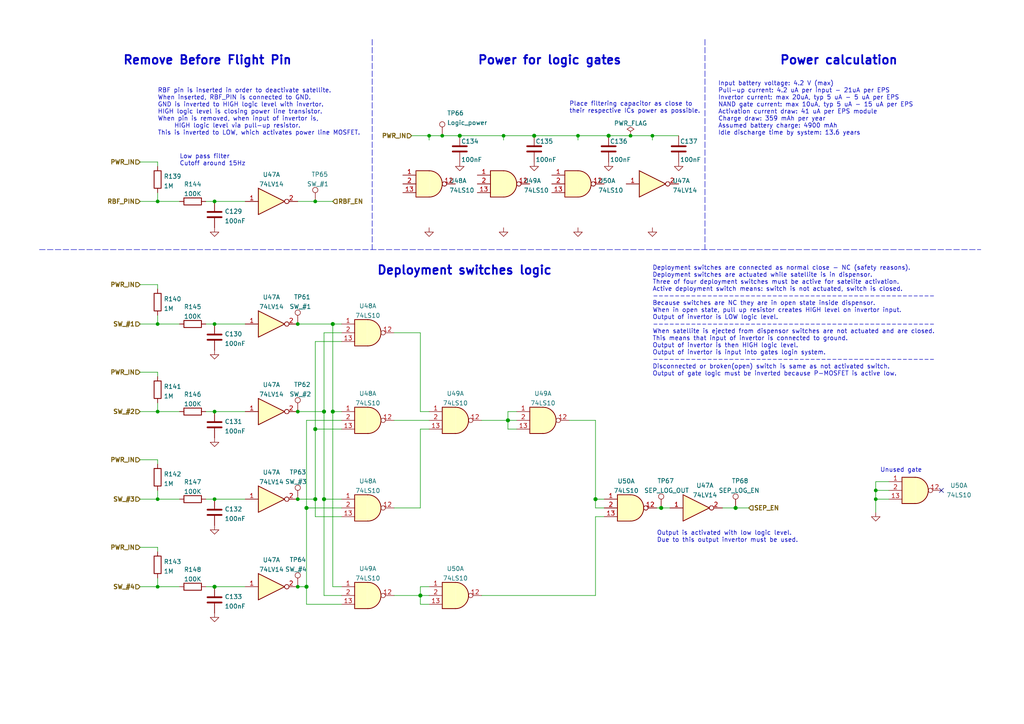
<source format=kicad_sch>
(kicad_sch (version 20210621) (generator eeschema)
  (paper "A4")
  (title_block (title "BUTCube - EPS") (date "2021-06-01") (rev "v1.0") (company "VUT - FIT(STRaDe) & FME(IAE & IPE)") (comment 1 "Author: Petr Malaník"))
  (lib_symbols
    (symbol "74xx:74LS10" (pin_names (offset 1.016))
      (property "Reference" "U" (at 0 1.27 0))
      (property "Value" "74LS10" (at 0 -1.27 0))
      (symbol "74LS10_1_1"
        (arc (start 0 -3.81) (end 0 3.81) (radius (at 0 0) (length 3.81) (angles -89.9 89.9)) (stroke (width 0.254)) (fill (type background)))
        (polyline (pts (xy 0 3.81) (xy -3.81 3.81) (xy -3.81 -3.81) (xy 0 -3.81)) (stroke (width 0.254)) (fill (type background)))
        (pin input line (at -7.62 2.54 0) (length 3.81) (name "~") (number "1"))
        (pin output inverted (at 7.62 0 180) (length 3.81) (name "~") (number "12"))
        (pin input line (at -7.62 -2.54 0) (length 3.81) (name "~") (number "13"))
        (pin input line (at -7.62 0 0) (length 3.81) (name "~") (number "2"))
      )
      (symbol "74LS10_1_2"
        (arc (start -3.81 3.81) (end -3.81 -3.81) (radius (at -9.144 0) (length 6.5532) (angles 35.4 -35.4)) (stroke (width 0.254)))
        (arc (start 3.81 0) (end -0.6096 3.81) (radius (at -1.1938 -1.3208) (length 5.1816) (angles 15 83.7)) (stroke (width 0.254)) (fill (type background)))
        (arc (start 3.81 0) (end -0.6096 -3.81) (radius (at -1.1938 1.3208) (length 5.1816) (angles -15 -83.7)) (stroke (width 0.254)) (fill (type background)))
        (polyline (pts (xy -3.81 -3.81) (xy -0.635 -3.81)) (stroke (width 0.254)) (fill (type background)))
        (polyline (pts (xy -3.81 3.81) (xy -0.635 3.81)) (stroke (width 0.254)) (fill (type background)))
        (polyline (pts (xy -0.635 3.81) (xy -3.81 3.81) (xy -3.81 3.81) (xy -3.556 3.4036) (xy -3.0226 2.2606) (xy -2.6924 1.0414) (xy -2.6162 -0.254) (xy -2.7686 -1.4986) (xy -3.175 -2.7178) (xy -3.81 -3.81) (xy -3.81 -3.81) (xy -0.635 -3.81)) (stroke (width -25.4)) (fill (type background)))
        (pin input inverted (at -7.62 2.54 0) (length 4.318) (name "~") (number "1"))
        (pin output line (at 7.62 0 180) (length 3.81) (name "~") (number "12"))
        (pin input inverted (at -7.62 -2.54 0) (length 4.318) (name "~") (number "13"))
        (pin input inverted (at -7.62 0 0) (length 4.953) (name "~") (number "2"))
      )
      (symbol "74LS10_2_1"
        (arc (start 0 -3.81) (end 0 3.81) (radius (at 0 0) (length 3.81) (angles -89.9 89.9)) (stroke (width 0.254)) (fill (type background)))
        (polyline (pts (xy 0 3.81) (xy -3.81 3.81) (xy -3.81 -3.81) (xy 0 -3.81)) (stroke (width 0.254)) (fill (type background)))
        (pin input line (at -7.62 2.54 0) (length 3.81) (name "~") (number "3"))
        (pin input line (at -7.62 0 0) (length 3.81) (name "~") (number "4"))
        (pin input line (at -7.62 -2.54 0) (length 3.81) (name "~") (number "5"))
        (pin output inverted (at 7.62 0 180) (length 3.81) (name "~") (number "6"))
      )
      (symbol "74LS10_2_2"
        (arc (start -3.81 3.81) (end -3.81 -3.81) (radius (at -9.144 0) (length 6.5532) (angles 35.4 -35.4)) (stroke (width 0.254)))
        (arc (start 3.81 0) (end -0.6096 3.81) (radius (at -1.1938 -1.3208) (length 5.1816) (angles 15 83.7)) (stroke (width 0.254)) (fill (type background)))
        (arc (start 3.81 0) (end -0.6096 -3.81) (radius (at -1.1938 1.3208) (length 5.1816) (angles -15 -83.7)) (stroke (width 0.254)) (fill (type background)))
        (polyline (pts (xy -3.81 -3.81) (xy -0.635 -3.81)) (stroke (width 0.254)) (fill (type background)))
        (polyline (pts (xy -3.81 3.81) (xy -0.635 3.81)) (stroke (width 0.254)) (fill (type background)))
        (polyline (pts (xy -0.635 3.81) (xy -3.81 3.81) (xy -3.81 3.81) (xy -3.556 3.4036) (xy -3.0226 2.2606) (xy -2.6924 1.0414) (xy -2.6162 -0.254) (xy -2.7686 -1.4986) (xy -3.175 -2.7178) (xy -3.81 -3.81) (xy -3.81 -3.81) (xy -0.635 -3.81)) (stroke (width -25.4)) (fill (type background)))
        (pin input inverted (at -7.62 2.54 0) (length 4.318) (name "~") (number "3"))
        (pin input inverted (at -7.62 0 0) (length 4.953) (name "~") (number "4"))
        (pin input inverted (at -7.62 -2.54 0) (length 4.318) (name "~") (number "5"))
        (pin output line (at 7.62 0 180) (length 3.81) (name "~") (number "6"))
      )
      (symbol "74LS10_3_1"
        (arc (start 0 -3.81) (end 0 3.81) (radius (at 0 0) (length 3.81) (angles -89.9 89.9)) (stroke (width 0.254)) (fill (type background)))
        (polyline (pts (xy 0 3.81) (xy -3.81 3.81) (xy -3.81 -3.81) (xy 0 -3.81)) (stroke (width 0.254)) (fill (type background)))
        (pin input line (at -7.62 0 0) (length 3.81) (name "~") (number "10"))
        (pin input line (at -7.62 -2.54 0) (length 3.81) (name "~") (number "11"))
        (pin output inverted (at 7.62 0 180) (length 3.81) (name "~") (number "8"))
        (pin input line (at -7.62 2.54 0) (length 3.81) (name "~") (number "9"))
      )
      (symbol "74LS10_3_2"
        (arc (start -3.81 3.81) (end -3.81 -3.81) (radius (at -9.144 0) (length 6.5532) (angles 35.4 -35.4)) (stroke (width 0.254)))
        (arc (start 3.81 0) (end -0.6096 3.81) (radius (at -1.1938 -1.3208) (length 5.1816) (angles 15 83.7)) (stroke (width 0.254)) (fill (type background)))
        (arc (start 3.81 0) (end -0.6096 -3.81) (radius (at -1.1938 1.3208) (length 5.1816) (angles -15 -83.7)) (stroke (width 0.254)) (fill (type background)))
        (polyline (pts (xy -3.81 -3.81) (xy -0.635 -3.81)) (stroke (width 0.254)) (fill (type background)))
        (polyline (pts (xy -3.81 3.81) (xy -0.635 3.81)) (stroke (width 0.254)) (fill (type background)))
        (polyline (pts (xy -0.635 3.81) (xy -3.81 3.81) (xy -3.81 3.81) (xy -3.556 3.4036) (xy -3.0226 2.2606) (xy -2.6924 1.0414) (xy -2.6162 -0.254) (xy -2.7686 -1.4986) (xy -3.175 -2.7178) (xy -3.81 -3.81) (xy -3.81 -3.81) (xy -0.635 -3.81)) (stroke (width -25.4)) (fill (type background)))
        (pin input inverted (at -7.62 0 0) (length 4.953) (name "~") (number "10"))
        (pin input inverted (at -7.62 -2.54 0) (length 4.318) (name "~") (number "11"))
        (pin output line (at 7.62 0 180) (length 3.81) (name "~") (number "8"))
        (pin input inverted (at -7.62 2.54 0) (length 4.318) (name "~") (number "9"))
      )
      (symbol "74LS10_4_0"
        (pin power_in line (at 0 12.7 270) (length 5.08) (name "VCC") (number "14"))
        (pin power_in line (at 0 -12.7 90) (length 5.08) (name "GND") (number "7"))
      )
      (symbol "74LS10_4_1"
        (rectangle (start -5.08 7.62) (end 5.08 -7.62) (stroke (width 0.254)) (fill (type background)))
      )
    )
    (symbol "74xx:74LV14" (pin_names (offset 1.016))
      (property "Reference" "U" (at 0 1.27 0))
      (property "Value" "74LV14" (at 0 -1.27 0))
      (symbol "74LV14_1_0"
        (polyline (pts (xy -3.81 3.81) (xy -3.81 -3.81) (xy 3.81 0) (xy -3.81 3.81)) (stroke (width 0.254)) (fill (type background)))
        (pin input line (at -7.62 0 0) (length 3.81) (name "~") (number "1"))
        (pin output inverted (at 7.62 0 180) (length 3.81) (name "~") (number "2"))
      )
      (symbol "74LV14_2_0"
        (polyline (pts (xy -3.81 3.81) (xy -3.81 -3.81) (xy 3.81 0) (xy -3.81 3.81)) (stroke (width 0.254)) (fill (type background)))
        (pin input line (at -7.62 0 0) (length 3.81) (name "~") (number "3"))
        (pin output inverted (at 7.62 0 180) (length 3.81) (name "~") (number "4"))
      )
      (symbol "74LV14_3_0"
        (polyline (pts (xy -3.81 3.81) (xy -3.81 -3.81) (xy 3.81 0) (xy -3.81 3.81)) (stroke (width 0.254)) (fill (type background)))
        (pin input line (at -7.62 0 0) (length 3.81) (name "~") (number "5"))
        (pin output inverted (at 7.62 0 180) (length 3.81) (name "~") (number "6"))
      )
      (symbol "74LV14_4_0"
        (polyline (pts (xy -3.81 3.81) (xy -3.81 -3.81) (xy 3.81 0) (xy -3.81 3.81)) (stroke (width 0.254)) (fill (type background)))
        (pin output inverted (at 7.62 0 180) (length 3.81) (name "~") (number "8"))
        (pin input line (at -7.62 0 0) (length 3.81) (name "~") (number "9"))
      )
      (symbol "74LV14_5_0"
        (polyline (pts (xy -3.81 3.81) (xy -3.81 -3.81) (xy 3.81 0) (xy -3.81 3.81)) (stroke (width 0.254)) (fill (type background)))
        (pin output inverted (at 7.62 0 180) (length 3.81) (name "~") (number "10"))
        (pin input line (at -7.62 0 0) (length 3.81) (name "~") (number "11"))
      )
      (symbol "74LV14_6_0"
        (polyline (pts (xy -3.81 3.81) (xy -3.81 -3.81) (xy 3.81 0) (xy -3.81 3.81)) (stroke (width 0.254)) (fill (type background)))
        (pin output inverted (at 7.62 0 180) (length 3.81) (name "~") (number "12"))
        (pin input line (at -7.62 0 0) (length 3.81) (name "~") (number "13"))
      )
      (symbol "74LV14_7_0"
        (pin power_in line (at 0 12.7 270) (length 5.08) (name "3.3V") (number "14"))
        (pin power_in line (at 0 -12.7 90) (length 5.08) (name "GND") (number "7"))
      )
      (symbol "74LV14_7_1"
        (rectangle (start -5.08 7.62) (end 5.08 -7.62) (stroke (width 0.254)) (fill (type background)))
      )
    )
    (symbol "Connector:TestPoint" (pin_numbers hide) (pin_names (offset 0.762) hide)
      (property "Reference" "TP" (at 0 6.858 0))
      (property "Value" "TestPoint" (at 0 5.08 0))
      (symbol "TestPoint_0_1"
        (circle (center 0 3.302) (radius 0.762))
      )
      (symbol "TestPoint_1_1"
        (pin passive line (at 0 0 90) (length 2.54) (name "1") (number "1"))
      )
    )
    (symbol "Device:C" (pin_numbers hide) (pin_names (offset 0.254))
      (property "Reference" "C" (at 0.635 2.54 0))
      (property "Value" "C" (at 0.635 -2.54 0))
      (symbol "C_0_1"
        (polyline (pts (xy -2.032 -0.762) (xy 2.032 -0.762)) (stroke (width 0.508)))
        (polyline (pts (xy -2.032 0.762) (xy 2.032 0.762)) (stroke (width 0.508)))
      )
      (symbol "C_1_1"
        (pin passive line (at 0 3.81 270) (length 2.794) (name "~") (number "1"))
        (pin passive line (at 0 -3.81 90) (length 2.794) (name "~") (number "2"))
      )
    )
    (symbol "Device:R" (pin_numbers hide) (pin_names (offset 0))
      (property "Reference" "R" (at 2.032 0 90))
      (property "Value" "R" (at 0 0 90))
      (symbol "R_0_1"
        (rectangle (start -1.016 -2.54) (end 1.016 2.54) (stroke (width 0.254)))
      )
      (symbol "R_1_1"
        (pin passive line (at 0 3.81 270) (length 1.27) (name "~") (number "1"))
        (pin passive line (at 0 -3.81 90) (length 1.27) (name "~") (number "2"))
      )
    )
    (symbol "power:GND" (power) (pin_names (offset 0))
      (property "Value" "GND" (at 0 -3.81 0))
      (symbol "GND_0_1"
        (polyline (pts (xy 0 0) (xy 0 -1.27) (xy 1.27 -1.27) (xy 0 -2.54) (xy -1.27 -1.27) (xy 0 -1.27)))
      )
      (symbol "GND_1_1"
        (pin power_in line (at 0 0 270) (length 0) hide (name "GND") (number "1"))
      )
    )
    (symbol "power:PWR_FLAG" (power) (pin_numbers hide) (pin_names (offset 0) hide)
      (property "Value" "PWR_FLAG" (at 0 3.81 0))
      (symbol "PWR_FLAG_0_0"
        (pin power_out line (at 0 0 90) (length 0) (name "pwr") (number "1"))
      )
      (symbol "PWR_FLAG_0_1"
        (polyline (pts (xy 0 0) (xy 0 1.27) (xy -1.016 1.905) (xy 0 2.54) (xy 1.016 1.905) (xy 0 1.27)))
      )
    )
  )
  (junction (at 45.72 58.42) (diameter 0.9144))
  (junction (at 45.72 93.98) (diameter 0.9144))
  (junction (at 45.72 119.38) (diameter 0.9144))
  (junction (at 45.72 144.78) (diameter 0.9144))
  (junction (at 45.72 170.18) (diameter 0.9144))
  (junction (at 62.23 58.42) (diameter 0.9144))
  (junction (at 62.23 93.98) (diameter 0.9144))
  (junction (at 62.23 119.38) (diameter 0.9144))
  (junction (at 62.23 144.78) (diameter 0.9144))
  (junction (at 62.23 170.18) (diameter 1.016))
  (junction (at 86.36 93.98) (diameter 0.9144))
  (junction (at 86.36 119.38) (diameter 0.9144))
  (junction (at 86.36 144.78) (diameter 0.9144))
  (junction (at 86.36 170.18) (diameter 0.9144))
  (junction (at 88.9 147.32) (diameter 1.016))
  (junction (at 88.9 170.18) (diameter 1.016))
  (junction (at 91.44 58.42) (diameter 0.9144))
  (junction (at 91.44 124.46) (diameter 1.016))
  (junction (at 91.44 144.78) (diameter 1.016))
  (junction (at 93.98 119.38) (diameter 1.016))
  (junction (at 93.98 144.78) (diameter 1.016))
  (junction (at 96.52 93.98) (diameter 1.016))
  (junction (at 96.52 119.38) (diameter 1.016))
  (junction (at 121.92 172.72) (diameter 1.016))
  (junction (at 124.46 39.37) (diameter 0.9144))
  (junction (at 128.27 39.37) (diameter 0.9144))
  (junction (at 133.35 39.37) (diameter 1.016))
  (junction (at 146.05 39.37) (diameter 0.9144))
  (junction (at 147.32 121.92) (diameter 1.016))
  (junction (at 154.94 39.37) (diameter 1.016))
  (junction (at 167.64 39.37) (diameter 0.9144))
  (junction (at 172.72 144.78) (diameter 1.016))
  (junction (at 176.53 39.37) (diameter 1.016))
  (junction (at 182.88 39.37) (diameter 0.9144))
  (junction (at 189.23 39.37) (diameter 0.9144))
  (junction (at 191.77 147.32) (diameter 1.016))
  (junction (at 213.36 147.32) (diameter 1.016))
  (junction (at 254 142.24) (diameter 0.9144))
  (junction (at 254 144.78) (diameter 0.9144))
  (no_connect (at 273.05 142.24))
  (wire (pts (xy 40.64 46.99) (xy 45.72 46.99)))
  (wire (pts (xy 40.64 58.42) (xy 45.72 58.42)))
  (wire (pts (xy 40.64 82.55) (xy 45.72 82.55)))
  (wire (pts (xy 40.64 93.98) (xy 45.72 93.98)))
  (wire (pts (xy 40.64 107.95) (xy 45.72 107.95)))
  (wire (pts (xy 40.64 119.38) (xy 45.72 119.38)))
  (wire (pts (xy 40.64 133.35) (xy 45.72 133.35)))
  (wire (pts (xy 40.64 144.78) (xy 45.72 144.78)))
  (wire (pts (xy 40.64 158.75) (xy 45.72 158.75)))
  (wire (pts (xy 40.64 170.18) (xy 45.72 170.18)))
  (wire (pts (xy 45.72 46.99) (xy 45.72 48.26)))
  (wire (pts (xy 45.72 55.88) (xy 45.72 58.42)))
  (wire (pts (xy 45.72 58.42) (xy 52.07 58.42)))
  (wire (pts (xy 45.72 82.55) (xy 45.72 83.82)))
  (wire (pts (xy 45.72 91.44) (xy 45.72 93.98)))
  (wire (pts (xy 45.72 93.98) (xy 52.07 93.98)))
  (wire (pts (xy 45.72 107.95) (xy 45.72 109.22)))
  (wire (pts (xy 45.72 116.84) (xy 45.72 119.38)))
  (wire (pts (xy 45.72 119.38) (xy 52.07 119.38)))
  (wire (pts (xy 45.72 133.35) (xy 45.72 134.62)))
  (wire (pts (xy 45.72 142.24) (xy 45.72 144.78)))
  (wire (pts (xy 45.72 144.78) (xy 52.07 144.78)))
  (wire (pts (xy 45.72 158.75) (xy 45.72 160.02)))
  (wire (pts (xy 45.72 167.64) (xy 45.72 170.18)))
  (wire (pts (xy 45.72 170.18) (xy 52.07 170.18)))
  (wire (pts (xy 59.69 58.42) (xy 62.23 58.42)))
  (wire (pts (xy 59.69 93.98) (xy 62.23 93.98)))
  (wire (pts (xy 59.69 119.38) (xy 62.23 119.38)))
  (wire (pts (xy 59.69 144.78) (xy 62.23 144.78)))
  (wire (pts (xy 59.69 170.18) (xy 62.23 170.18)))
  (wire (pts (xy 62.23 58.42) (xy 71.12 58.42)))
  (wire (pts (xy 62.23 93.98) (xy 71.12 93.98)))
  (wire (pts (xy 62.23 119.38) (xy 71.12 119.38)))
  (wire (pts (xy 62.23 144.78) (xy 71.12 144.78)))
  (wire (pts (xy 62.23 170.18) (xy 71.12 170.18)))
  (wire (pts (xy 86.36 119.38) (xy 93.98 119.38)))
  (wire (pts (xy 86.36 144.78) (xy 91.44 144.78)))
  (wire (pts (xy 88.9 121.92) (xy 99.06 121.92)))
  (wire (pts (xy 88.9 147.32) (xy 88.9 121.92)))
  (wire (pts (xy 88.9 147.32) (xy 99.06 147.32)))
  (wire (pts (xy 88.9 170.18) (xy 86.36 170.18)))
  (wire (pts (xy 88.9 170.18) (xy 88.9 147.32)))
  (wire (pts (xy 88.9 175.26) (xy 88.9 170.18)))
  (wire (pts (xy 91.44 58.42) (xy 86.36 58.42)))
  (wire (pts (xy 91.44 58.42) (xy 96.52 58.42)))
  (wire (pts (xy 91.44 99.06) (xy 99.06 99.06)))
  (wire (pts (xy 91.44 124.46) (xy 91.44 99.06)))
  (wire (pts (xy 91.44 124.46) (xy 99.06 124.46)))
  (wire (pts (xy 91.44 144.78) (xy 91.44 124.46)))
  (wire (pts (xy 91.44 149.86) (xy 91.44 144.78)))
  (wire (pts (xy 93.98 96.52) (xy 99.06 96.52)))
  (wire (pts (xy 93.98 119.38) (xy 93.98 96.52)))
  (wire (pts (xy 93.98 119.38) (xy 93.98 144.78)))
  (wire (pts (xy 93.98 144.78) (xy 93.98 172.72)))
  (wire (pts (xy 93.98 144.78) (xy 99.06 144.78)))
  (wire (pts (xy 93.98 172.72) (xy 99.06 172.72)))
  (wire (pts (xy 96.52 93.98) (xy 86.36 93.98)))
  (wire (pts (xy 96.52 93.98) (xy 99.06 93.98)))
  (wire (pts (xy 96.52 119.38) (xy 96.52 93.98)))
  (wire (pts (xy 96.52 119.38) (xy 99.06 119.38)))
  (wire (pts (xy 96.52 170.18) (xy 96.52 119.38)))
  (wire (pts (xy 99.06 149.86) (xy 91.44 149.86)))
  (wire (pts (xy 99.06 170.18) (xy 96.52 170.18)))
  (wire (pts (xy 99.06 175.26) (xy 88.9 175.26)))
  (wire (pts (xy 114.3 121.92) (xy 124.46 121.92)))
  (wire (pts (xy 114.3 147.32) (xy 121.92 147.32)))
  (wire (pts (xy 114.3 172.72) (xy 121.92 172.72)))
  (wire (pts (xy 119.38 39.37) (xy 124.46 39.37)))
  (wire (pts (xy 121.92 96.52) (xy 114.3 96.52)))
  (wire (pts (xy 121.92 119.38) (xy 121.92 96.52)))
  (wire (pts (xy 121.92 124.46) (xy 124.46 124.46)))
  (wire (pts (xy 121.92 147.32) (xy 121.92 124.46)))
  (wire (pts (xy 121.92 170.18) (xy 124.46 170.18)))
  (wire (pts (xy 121.92 172.72) (xy 121.92 170.18)))
  (wire (pts (xy 121.92 172.72) (xy 124.46 172.72)))
  (wire (pts (xy 121.92 175.26) (xy 121.92 172.72)))
  (wire (pts (xy 124.46 39.37) (xy 124.46 40.64)))
  (wire (pts (xy 124.46 39.37) (xy 128.27 39.37)))
  (wire (pts (xy 124.46 119.38) (xy 121.92 119.38)))
  (wire (pts (xy 124.46 175.26) (xy 121.92 175.26)))
  (wire (pts (xy 128.27 39.37) (xy 133.35 39.37)))
  (wire (pts (xy 133.35 39.37) (xy 146.05 39.37)))
  (wire (pts (xy 139.7 121.92) (xy 147.32 121.92)))
  (wire (pts (xy 146.05 39.37) (xy 146.05 40.64)))
  (wire (pts (xy 146.05 39.37) (xy 154.94 39.37)))
  (wire (pts (xy 147.32 119.38) (xy 147.32 121.92)))
  (wire (pts (xy 147.32 121.92) (xy 147.32 124.46)))
  (wire (pts (xy 147.32 121.92) (xy 149.86 121.92)))
  (wire (pts (xy 147.32 124.46) (xy 149.86 124.46)))
  (wire (pts (xy 149.86 119.38) (xy 147.32 119.38)))
  (wire (pts (xy 154.94 39.37) (xy 167.64 39.37)))
  (wire (pts (xy 167.64 39.37) (xy 167.64 40.64)))
  (wire (pts (xy 167.64 39.37) (xy 176.53 39.37)))
  (wire (pts (xy 172.72 121.92) (xy 165.1 121.92)))
  (wire (pts (xy 172.72 144.78) (xy 172.72 121.92)))
  (wire (pts (xy 172.72 144.78) (xy 175.26 144.78)))
  (wire (pts (xy 172.72 147.32) (xy 172.72 144.78)))
  (wire (pts (xy 172.72 149.86) (xy 172.72 172.72)))
  (wire (pts (xy 172.72 172.72) (xy 139.7 172.72)))
  (wire (pts (xy 175.26 147.32) (xy 172.72 147.32)))
  (wire (pts (xy 175.26 149.86) (xy 172.72 149.86)))
  (wire (pts (xy 176.53 39.37) (xy 182.88 39.37)))
  (wire (pts (xy 182.88 39.37) (xy 189.23 39.37)))
  (wire (pts (xy 189.23 39.37) (xy 189.23 40.64)))
  (wire (pts (xy 189.23 39.37) (xy 196.85 39.37)))
  (wire (pts (xy 190.5 147.32) (xy 191.77 147.32)))
  (wire (pts (xy 191.77 147.32) (xy 194.31 147.32)))
  (wire (pts (xy 209.55 147.32) (xy 213.36 147.32)))
  (wire (pts (xy 213.36 147.32) (xy 217.17 147.32)))
  (wire (pts (xy 254 139.7) (xy 254 142.24)))
  (wire (pts (xy 254 142.24) (xy 254 144.78)))
  (wire (pts (xy 254 142.24) (xy 257.81 142.24)))
  (wire (pts (xy 254 144.78) (xy 254 148.59)))
  (wire (pts (xy 254 144.78) (xy 257.81 144.78)))
  (wire (pts (xy 257.81 139.7) (xy 254 139.7)))
  (polyline (pts (xy 11.43 72.39) (xy 284.48 72.39)) (stroke (width 0) (type dash)))
  (polyline (pts (xy 107.95 11.43) (xy 107.95 72.39)) (stroke (width 0) (type dash)))
  (polyline (pts (xy 204.47 11.43) (xy 204.47 72.39)) (stroke (width 0) (type dash)))
  (text "Remove Before Flight Pin" (at 35.56 19.05 0) (effects (font (size 2.5 2.5) (thickness 0.5) bold) (justify left bottom)))
  (text "RBF pin is inserted in order to deactivate satellite.\nWhen inserted, RBF_PIN is connected to GND.\nGND is inverted to HIGH logic level with invertor.\nHIGH logic level is closing power line transistor.\nWhen pin is removed, when input of invertor is,\n	HIGH logic level via pull-up resistor.\nThis is inverted to LOW, which activates power line MOSFET." (at 45.72 39.37 0) (effects (font (size 1.27 1.27)) (justify left bottom)))
  (text "Low pass filter\nCutoff around 15Hz" (at 52.07 48.26 0) (effects (font (size 1.27 1.27)) (justify left bottom)))
  (text "Deployment switches logic" (at 109.22 80.01 0) (effects (font (size 2.5 2.5) (thickness 0.5) bold) (justify left bottom)))
  (text "Power for logic gates" (at 138.43 19.05 0) (effects (font (size 2.5 2.5) (thickness 0.5) bold) (justify left bottom)))
  (text "Place filtering capacitor as close to\ntheir respective ICs power as possible." (at 165.1 33.02 0) (effects (font (size 1.27 1.27)) (justify left bottom)))
  (text "Deployment switches are connected as normal close - NC (safety reasons).\nDeployment switches are actuated while satellite is in dispensor.\nThree of four deployment switches must be active for satelite activation.\nActive deployment switch means: switch is not actuated, switch is closed.\n----------------------------------------------------\nBecause switches are NC they are in open state inside dispensor.\nWhen in open state, pull up resistor creates HIGH level on invertor input.\nOutput of invertor is LOW logic level.\n----------------------------------------------------\nWhen satellite is ejected from dispensor switches are not actuated and are closed.\nThis means that input of invertor is connected to ground.\nOutput of invertor is then HIGH logic level.\nOutput of invertor is input into gates login system.\n----------------------------------------------------\nDisconnected or broken(open) switch is same as not activated switch.\nOutput of gate logic must be inverted because P-MOSFET is active low." (at 189.23 109.22 0) (effects (font (size 1.27 1.27)) (justify left bottom)))
  (text "Output is activated with low logic level.\nDue to this output invertor must be used." (at 190.5 157.48 0) (effects (font (size 1.27 1.27)) (justify left bottom)))
  (text "Input battery voltage: 4.2 V (max)\nPull-up current: 4.2 uA per input - 21uA per EPS\nInvertor current: max 20uA, typ 5 uA - 5 uA per EPS\nNAND gate current: max 10uA, typ 5 uA - 15 uA per EPS\nActivation current draw: 41 uA per EPS module\nCharge draw: 359 mAh per year\nAssumed battery charge: 4900 mAh\nIdle discharge time by system: 13.6 years" (at 208.28 39.37 0) (effects (font (size 1.27 1.27)) (justify left bottom)))
  (text "Power calculation" (at 226.06 19.05 0) (effects (font (size 2.5 2.5) (thickness 0.5) bold) (justify left bottom)))
  (text "Unused gate" (at 255.27 137.16 0) (effects (font (size 1.27 1.27)) (justify left bottom)))
  (hierarchical_label "PWR_IN" (shape input) (at 40.64 46.99 180) (effects (font (thickness 0.254))))
  (hierarchical_label "RBF_PIN" (shape input) (at 40.64 58.42 180) (effects (font (thickness 0.254))))
  (hierarchical_label "PWR_IN" (shape input) (at 40.64 82.55 180) (effects (font (thickness 0.254))))
  (hierarchical_label "SW_#1" (shape input) (at 40.64 93.98 180) (effects (font (thickness 0.254))))
  (hierarchical_label "PWR_IN" (shape input) (at 40.64 107.95 180) (effects (font (thickness 0.254))))
  (hierarchical_label "SW_#2" (shape input) (at 40.64 119.38 180) (effects (font (thickness 0.254))))
  (hierarchical_label "PWR_IN" (shape input) (at 40.64 133.35 180) (effects (font (thickness 0.254))))
  (hierarchical_label "SW_#3" (shape input) (at 40.64 144.78 180) (effects (font (thickness 0.254))))
  (hierarchical_label "PWR_IN" (shape input) (at 40.64 158.75 180) (effects (font (thickness 0.254))))
  (hierarchical_label "SW_#4" (shape input) (at 40.64 170.18 180) (effects (font (thickness 0.254))))
  (hierarchical_label "RBF_EN" (shape input) (at 96.52 58.42 0) (effects (font (thickness 0.254))))
  (hierarchical_label "PWR_IN" (shape input) (at 119.38 39.37 180) (effects (font (thickness 0.254))))
  (hierarchical_label "SEP_EN" (shape input) (at 217.17 147.32 0) (effects (font (thickness 0.254))))
  (symbol (lib_id "power:PWR_FLAG") (at 182.88 39.37 0)
    (property "Reference" "#FLG034" (effects hide))
    (property "Value" "PWR_FLAG" (at 182.88 35.7654 0))
  )
  (symbol (lib_id "Connector:TestPoint") (at 86.36 93.98 0)
    (property "Reference" "TP61" (at 85.2171 86.15 0) (effects (justify left)))
    (property "Value" "SW_#1" (at 83.9471 88.9251 0) (effects (justify left)))
    (property "Footprint" "TCY_connectors:TestPoint_Pad_D0.5mm" (effects hide))
  )
  (symbol (lib_id "Connector:TestPoint") (at 86.36 119.38 0)
    (property "Reference" "TP62" (at 85.2171 111.55 0) (effects (justify left)))
    (property "Value" "SW_#2" (at 83.9471 114.3251 0) (effects (justify left)))
    (property "Footprint" "TCY_connectors:TestPoint_Pad_D0.5mm" (effects hide))
  )
  (symbol (lib_id "Connector:TestPoint") (at 86.36 144.78 0)
    (property "Reference" "TP63" (at 83.9471 136.95 0) (effects (justify left)))
    (property "Value" "SW_#3" (at 82.6771 139.7251 0) (effects (justify left)))
    (property "Footprint" "TCY_connectors:TestPoint_Pad_D0.5mm" (effects hide))
  )
  (symbol (lib_id "Connector:TestPoint") (at 86.36 170.18 0)
    (property "Reference" "TP64" (at 83.9471 162.35 0) (effects (justify left)))
    (property "Value" "SW_#4" (at 82.6771 165.1251 0) (effects (justify left)))
    (property "Footprint" "TCY_connectors:TestPoint_Pad_D0.5mm" (effects hide))
  )
  (symbol (lib_id "Connector:TestPoint") (at 91.44 58.42 0)
    (property "Reference" "TP65" (at 90.2971 50.59 0) (effects (justify left)))
    (property "Value" "SW_#1" (at 89.0271 53.3651 0) (effects (justify left)))
    (property "Footprint" "TCY_connectors:TestPoint_Pad_D0.5mm" (effects hide))
  )
  (symbol (lib_id "Connector:TestPoint") (at 128.27 39.37 0)
    (property "Reference" "TP66" (at 129.6671 32.81 0) (effects (justify left)))
    (property "Value" "Logic_power" (at 129.6671 35.5851 0) (effects (justify left)))
    (property "Footprint" "TCY_connectors:TestPoint_Pad_D0.5mm" (effects hide))
  )
  (symbol (lib_id "Connector:TestPoint") (at 191.77 147.32 0)
    (property "Reference" "TP67" (at 190.6271 139.49 0) (effects (justify left)))
    (property "Value" "SEP_LOG_OUT" (at 186.8171 142.2651 0) (effects (justify left)))
    (property "Footprint" "TCY_connectors:TestPoint_Pad_D0.5mm" (effects hide))
  )
  (symbol (lib_id "Connector:TestPoint") (at 213.36 147.32 0)
    (property "Reference" "TP68" (at 212.2171 139.49 0) (effects (justify left)))
    (property "Value" "SEP_LOG_EN" (at 208.4071 142.2651 0) (effects (justify left)))
    (property "Footprint" "TCY_connectors:TestPoint_Pad_D0.5mm" (effects hide))
  )
  (symbol (lib_id "power:GND") (at 62.23 66.04 0)
    (property "Reference" "#PWR0298" (effects hide))
    (property "Value" "GND" (effects hide))
  )
  (symbol (lib_id "power:GND") (at 62.23 101.6 0)
    (property "Reference" "#PWR0299" (effects hide))
    (property "Value" "GND" (effects hide))
  )
  (symbol (lib_id "power:GND") (at 62.23 127 0)
    (property "Reference" "#PWR0300" (effects hide))
    (property "Value" "GND" (effects hide))
  )
  (symbol (lib_id "power:GND") (at 62.23 152.4 0)
    (property "Reference" "#PWR0301" (effects hide))
    (property "Value" "GND" (effects hide))
  )
  (symbol (lib_id "power:GND") (at 62.23 177.8 0)
    (property "Reference" "#PWR0302" (effects hide))
    (property "Value" "GND" (effects hide))
  )
  (symbol (lib_id "power:GND") (at 124.46 66.04 0)
    (property "Reference" "#PWR0303" (effects hide))
    (property "Value" "GND" (effects hide))
  )
  (symbol (lib_id "power:GND") (at 133.35 46.99 0)
    (property "Reference" "#PWR0304" (effects hide))
    (property "Value" "GND" (effects hide))
  )
  (symbol (lib_id "power:GND") (at 146.05 66.04 0)
    (property "Reference" "#PWR0305" (effects hide))
    (property "Value" "GND" (effects hide))
  )
  (symbol (lib_id "power:GND") (at 154.94 46.99 0)
    (property "Reference" "#PWR0306" (effects hide))
    (property "Value" "GND" (effects hide))
  )
  (symbol (lib_id "power:GND") (at 167.64 66.04 0)
    (property "Reference" "#PWR0307" (effects hide))
    (property "Value" "GND" (effects hide))
  )
  (symbol (lib_id "power:GND") (at 176.53 46.99 0)
    (property "Reference" "#PWR0308" (effects hide))
    (property "Value" "GND" (effects hide))
  )
  (symbol (lib_id "power:GND") (at 189.23 66.04 0)
    (property "Reference" "#PWR0309" (effects hide))
    (property "Value" "GND" (effects hide))
  )
  (symbol (lib_id "power:GND") (at 196.85 46.99 0)
    (property "Reference" "#PWR0310" (effects hide))
    (property "Value" "GND" (effects hide))
  )
  (symbol (lib_id "power:GND") (at 254 148.59 0)
    (property "Reference" "#PWR0311" (effects hide))
    (property "Value" "GND" (effects hide))
  )
  (symbol (lib_id "Device:R") (at 45.72 52.07 0)
    (property "Reference" "R139" (at 47.4981 51.1615 0) (effects (justify left)))
    (property "Value" "1M" (at 47.4981 53.9366 0) (effects (justify left)))
    (property "Footprint" "TCY_passives:R_0603_1608Metric" (effects hide))
  )
  (symbol (lib_id "Device:R") (at 45.72 87.63 0)
    (property "Reference" "R140" (at 47.4981 86.7215 0) (effects (justify left)))
    (property "Value" "1M" (at 47.4981 89.4966 0) (effects (justify left)))
    (property "Footprint" "TCY_passives:R_0603_1608Metric" (effects hide))
  )
  (symbol (lib_id "Device:R") (at 45.72 113.03 0)
    (property "Reference" "R141" (at 47.4981 112.1215 0) (effects (justify left)))
    (property "Value" "1M" (at 47.4981 114.8966 0) (effects (justify left)))
    (property "Footprint" "TCY_passives:R_0603_1608Metric" (effects hide))
  )
  (symbol (lib_id "Device:R") (at 45.72 138.43 0)
    (property "Reference" "R142" (at 47.4981 137.5215 0) (effects (justify left)))
    (property "Value" "1M" (at 47.4981 140.2966 0) (effects (justify left)))
    (property "Footprint" "TCY_passives:R_0603_1608Metric" (effects hide))
  )
  (symbol (lib_id "Device:R") (at 45.72 163.83 0)
    (property "Reference" "R143" (at 47.4981 162.9215 0) (effects (justify left)))
    (property "Value" "1M" (at 47.4981 165.6966 0) (effects (justify left)))
    (property "Footprint" "TCY_passives:R_0603_1608Metric" (effects hide))
  )
  (symbol (lib_id "Device:R") (at 55.88 58.42 90)
    (property "Reference" "R144" (at 55.88 53.4374 90))
    (property "Value" "100K" (at 55.88 56.2125 90))
    (property "Footprint" "TCY_passives:R_0603_1608Metric" (effects hide))
  )
  (symbol (lib_id "Device:R") (at 55.88 93.98 90)
    (property "Reference" "R145" (at 55.88 88.9974 90))
    (property "Value" "100K" (at 55.88 91.7725 90))
    (property "Footprint" "TCY_passives:R_0603_1608Metric" (effects hide))
  )
  (symbol (lib_id "Device:R") (at 55.88 119.38 90)
    (property "Reference" "R146" (at 55.88 114.3974 90))
    (property "Value" "100K" (at 55.88 117.1725 90))
    (property "Footprint" "TCY_passives:R_0603_1608Metric" (effects hide))
  )
  (symbol (lib_id "Device:R") (at 55.88 144.78 90)
    (property "Reference" "R147" (at 55.88 139.7974 90))
    (property "Value" "100K" (at 55.88 142.5725 90))
    (property "Footprint" "TCY_passives:R_0603_1608Metric" (effects hide))
  )
  (symbol (lib_id "Device:R") (at 55.88 170.18 90)
    (property "Reference" "R148" (at 55.88 165.1974 90))
    (property "Value" "100K" (at 55.88 167.9725 90))
    (property "Footprint" "TCY_passives:R_0603_1608Metric" (effects hide))
  )
  (symbol (lib_id "Device:C") (at 62.23 62.23 0)
    (property "Reference" "C129" (at 65.1511 61.3215 0) (effects (justify left)))
    (property "Value" "100nF" (at 65.1511 64.0966 0) (effects (justify left)))
    (property "Footprint" "TCY_passives:C_0603_1608Metric" (effects hide))
  )
  (symbol (lib_id "Device:C") (at 62.23 97.79 0)
    (property "Reference" "C130" (at 65.1511 96.8815 0) (effects (justify left)))
    (property "Value" "100nF" (at 65.1511 99.6566 0) (effects (justify left)))
    (property "Footprint" "TCY_passives:C_0603_1608Metric" (effects hide))
  )
  (symbol (lib_id "Device:C") (at 62.23 123.19 0)
    (property "Reference" "C131" (at 65.1511 122.2815 0) (effects (justify left)))
    (property "Value" "100nF" (at 65.1511 125.0566 0) (effects (justify left)))
    (property "Footprint" "TCY_passives:C_0603_1608Metric" (effects hide))
  )
  (symbol (lib_id "Device:C") (at 62.23 148.59 0)
    (property "Reference" "C132" (at 65.1511 147.6815 0) (effects (justify left)))
    (property "Value" "100nF" (at 65.1511 150.4566 0) (effects (justify left)))
    (property "Footprint" "TCY_passives:C_0603_1608Metric" (effects hide))
  )
  (symbol (lib_id "Device:C") (at 62.23 173.99 0)
    (property "Reference" "C133" (at 65.1511 173.0815 0) (effects (justify left)))
    (property "Value" "100nF" (at 65.1511 175.8566 0) (effects (justify left)))
    (property "Footprint" "TCY_passives:C_0603_1608Metric" (effects hide))
  )
  (symbol (lib_id "Device:C") (at 133.35 43.18 0)
    (property "Reference" "C134" (at 133.7311 41.0015 0) (effects (justify left)))
    (property "Value" "100nF" (at 133.7311 46.3166 0) (effects (justify left)))
    (property "Footprint" "TCY_passives:C_0603_1608Metric" (effects hide))
  )
  (symbol (lib_id "Device:C") (at 154.94 43.18 0)
    (property "Reference" "C135" (at 155.3211 41.0015 0) (effects (justify left)))
    (property "Value" "100nF" (at 155.3211 46.3166 0) (effects (justify left)))
    (property "Footprint" "TCY_passives:C_0603_1608Metric" (effects hide))
  )
  (symbol (lib_id "Device:C") (at 176.53 43.18 0)
    (property "Reference" "C136" (at 176.9111 41.0015 0) (effects (justify left)))
    (property "Value" "100nF" (at 176.9111 46.3166 0) (effects (justify left)))
    (property "Footprint" "TCY_passives:C_0603_1608Metric" (effects hide))
  )
  (symbol (lib_id "Device:C") (at 196.85 43.18 0)
    (property "Reference" "C137" (at 197.2311 41.0015 0) (effects (justify left)))
    (property "Value" "100nF" (at 197.2311 46.3166 0) (effects (justify left)))
    (property "Footprint" "TCY_passives:C_0603_1608Metric" (effects hide))
  )
  (symbol (lib_id "74xx:74LV14") (at 78.74 58.42 0)
    (property "Reference" "U47" (at 78.74 50.6434 0))
    (property "Value" "74LV14" (at 78.74 53.4185 0))
    (property "Footprint" "Package_DFN_QFN:Texas_S-PVQFN-N14" (effects hide))
    (property "Datasheet" "http://www.ti.com/lit/gpn/sn74LV14" (effects hide))
  )
  (symbol (lib_id "74xx:74LV14") (at 78.74 93.98 0)
    (property "Reference" "U47" (at 78.74 86.2034 0))
    (property "Value" "74LV14" (at 78.74 88.9785 0))
    (property "Footprint" "Package_DFN_QFN:Texas_S-PVQFN-N14" (effects hide))
    (property "Datasheet" "http://www.ti.com/lit/gpn/sn74LV14" (effects hide))
  )
  (symbol (lib_id "74xx:74LV14") (at 78.74 119.38 0)
    (property "Reference" "U47" (at 78.74 111.6034 0))
    (property "Value" "74LV14" (at 78.74 114.3785 0))
    (property "Footprint" "Package_DFN_QFN:Texas_S-PVQFN-N14" (effects hide))
    (property "Datasheet" "http://www.ti.com/lit/gpn/sn74LV14" (effects hide))
  )
  (symbol (lib_id "74xx:74LV14") (at 78.74 144.78 0)
    (property "Reference" "U47" (at 78.74 137.0034 0))
    (property "Value" "74LV14" (at 78.74 139.7785 0))
    (property "Footprint" "Package_DFN_QFN:Texas_S-PVQFN-N14" (effects hide))
    (property "Datasheet" "http://www.ti.com/lit/gpn/sn74LV14" (effects hide))
  )
  (symbol (lib_id "74xx:74LV14") (at 78.74 170.18 0)
    (property "Reference" "U47" (at 78.74 162.4034 0))
    (property "Value" "74LV14" (at 78.74 165.1785 0))
    (property "Footprint" "Package_DFN_QFN:Texas_S-PVQFN-N14" (effects hide))
    (property "Datasheet" "http://www.ti.com/lit/gpn/sn74LV14" (effects hide))
  )
  (symbol (lib_id "74xx:74LS10") (at 106.68 96.52 0)
    (property "Reference" "U48" (at 106.68 88.7434 0))
    (property "Value" "74LS10" (at 106.68 91.5185 0))
    (property "Footprint" "TCY_IC:Nexperia_DHVQFN-14" (effects hide))
    (property "Datasheet" "http://www.ti.com/lit/gpn/sn74LS10" (effects hide))
  )
  (symbol (lib_id "74xx:74LS10") (at 106.68 121.92 0)
    (property "Reference" "U48" (at 106.68 114.1434 0))
    (property "Value" "74LS10" (at 106.68 116.9185 0))
    (property "Footprint" "TCY_IC:Nexperia_DHVQFN-14" (effects hide))
    (property "Datasheet" "http://www.ti.com/lit/gpn/sn74LS10" (effects hide))
  )
  (symbol (lib_id "74xx:74LS10") (at 106.68 147.32 0)
    (property "Reference" "U48" (at 106.68 139.5434 0))
    (property "Value" "74LS10" (at 106.68 142.3185 0))
    (property "Footprint" "TCY_IC:Nexperia_DHVQFN-14" (effects hide))
    (property "Datasheet" "http://www.ti.com/lit/gpn/sn74LS10" (effects hide))
  )
  (symbol (lib_id "74xx:74LS10") (at 106.68 172.72 0)
    (property "Reference" "U49" (at 106.68 164.9434 0))
    (property "Value" "74LS10" (at 106.68 167.7185 0))
    (property "Footprint" "TCY_IC:Nexperia_DHVQFN-14" (effects hide))
    (property "Datasheet" "http://www.ti.com/lit/gpn/sn74LS10" (effects hide))
  )
  (symbol (lib_id "74xx:74LS10") (at 132.08 121.92 0)
    (property "Reference" "U49" (at 132.08 114.1434 0))
    (property "Value" "74LS10" (at 132.08 116.9185 0))
    (property "Footprint" "TCY_IC:Nexperia_DHVQFN-14" (effects hide))
    (property "Datasheet" "http://www.ti.com/lit/gpn/sn74LS10" (effects hide))
  )
  (symbol (lib_id "74xx:74LS10") (at 132.08 172.72 0)
    (property "Reference" "U50" (at 132.08 164.9434 0))
    (property "Value" "74LS10" (at 132.08 167.7185 0))
    (property "Footprint" "TCY_IC:Nexperia_DHVQFN-14" (effects hide))
    (property "Datasheet" "http://www.ti.com/lit/gpn/sn74LS10" (effects hide))
  )
  (symbol (lib_id "74xx:74LS10") (at 157.48 121.92 0)
    (property "Reference" "U49" (at 157.48 114.1434 0))
    (property "Value" "74LS10" (at 157.48 116.9185 0))
    (property "Footprint" "TCY_IC:Nexperia_DHVQFN-14" (effects hide))
    (property "Datasheet" "http://www.ti.com/lit/gpn/sn74LS10" (effects hide))
  )
  (symbol (lib_id "74xx:74LS10") (at 182.88 147.32 0)
    (property "Reference" "U50" (at 181.61 139.5434 0))
    (property "Value" "74LS10" (at 181.61 142.3185 0))
    (property "Footprint" "TCY_IC:Nexperia_DHVQFN-14" (effects hide))
    (property "Datasheet" "http://www.ti.com/lit/gpn/sn74LS10" (effects hide))
  )
  (symbol (lib_id "74xx:74LV14") (at 201.93 147.32 0)
    (property "Reference" "U47" (at 204.47 140.8134 0))
    (property "Value" "74LV14" (at 204.47 143.5885 0))
    (property "Footprint" "Package_DFN_QFN:Texas_S-PVQFN-N14" (effects hide))
    (property "Datasheet" "http://www.ti.com/lit/gpn/sn74LV14" (effects hide))
  )
  (symbol (lib_id "74xx:74LS10") (at 265.43 142.24 0)
    (property "Reference" "U50" (at 278.13 140.8134 0))
    (property "Value" "74LS10" (at 278.13 143.5885 0))
    (property "Footprint" "TCY_IC:Nexperia_DHVQFN-14" (effects hide))
    (property "Datasheet" "http://www.ti.com/lit/gpn/sn74LS10" (effects hide))
  )
  (symbol (lib_id "74xx:74LS10") (at 124.46 53.34 0)
    (property "Reference" "U48" (at 130.3021 52.4315 0) (effects (justify left)))
    (property "Value" "74LS10" (at 130.3021 55.2066 0) (effects (justify left)))
    (property "Footprint" "TCY_IC:Nexperia_DHVQFN-14" (effects hide))
    (property "Datasheet" "http://www.ti.com/lit/gpn/sn74LS10" (effects hide))
  )
  (symbol (lib_id "74xx:74LS10") (at 146.05 53.34 0)
    (property "Reference" "U49" (at 151.8921 52.4315 0) (effects (justify left)))
    (property "Value" "74LS10" (at 151.8921 55.2066 0) (effects (justify left)))
    (property "Footprint" "TCY_IC:Nexperia_DHVQFN-14" (effects hide))
    (property "Datasheet" "http://www.ti.com/lit/gpn/sn74LS10" (effects hide))
  )
  (symbol (lib_id "74xx:74LS10") (at 167.64 53.34 0)
    (property "Reference" "U50" (at 173.4821 52.4315 0) (effects (justify left)))
    (property "Value" "74LS10" (at 173.4821 55.2066 0) (effects (justify left)))
    (property "Footprint" "TCY_IC:Nexperia_DHVQFN-14" (effects hide))
    (property "Datasheet" "http://www.ti.com/lit/gpn/sn74LS10" (effects hide))
  )
  (symbol (lib_id "74xx:74LV14") (at 189.23 53.34 0)
    (property "Reference" "U47" (at 195.0721 52.4315 0) (effects (justify left)))
    (property "Value" "74LV14" (at 195.0721 55.2066 0) (effects (justify left)))
    (property "Footprint" "Package_DFN_QFN:Texas_S-PVQFN-N14" (effects hide))
    (property "Datasheet" "http://www.ti.com/lit/gpn/sn74LV14" (effects hide))
  )
)
</source>
